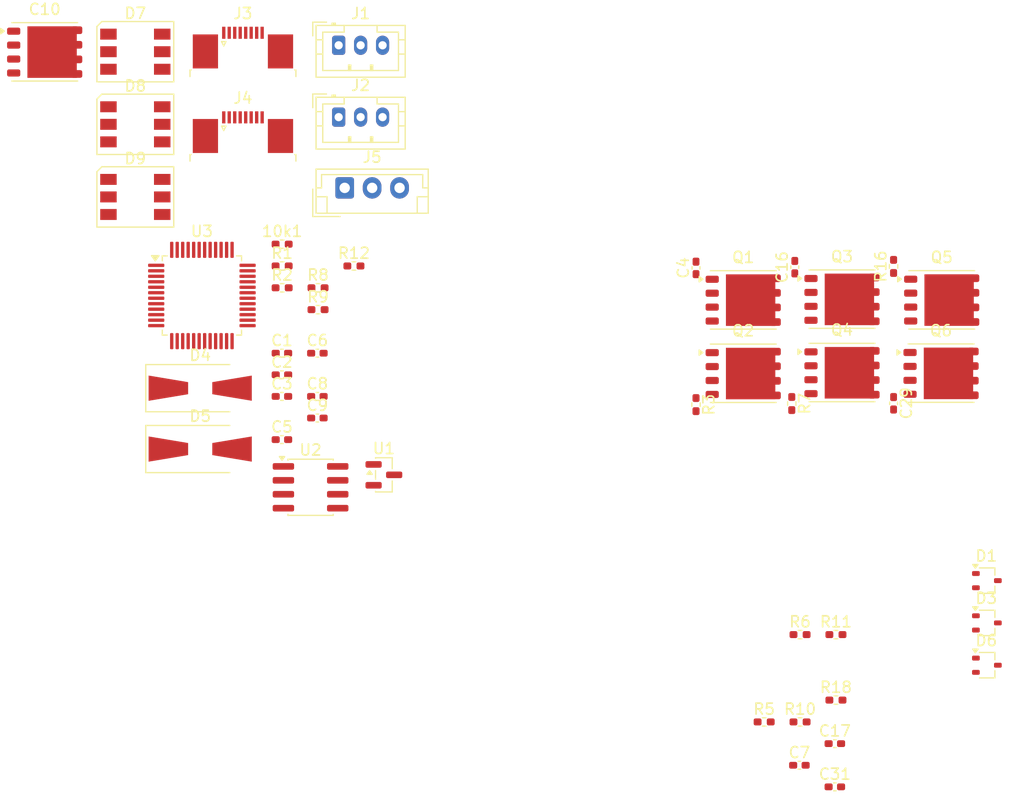
<source format=kicad_pcb>
(kicad_pcb (version 20241229) (generator "pcbnew") (generator_version "9.0")
  (layers (0 "F.Cu" signal) (2 "B.Cu" signal) (13 "F.Paste" user) (15 "B.Paste" user) (5 "F.SilkS" user "F.Silkscreen") (7 "B.SilkS" user "B.Silkscreen") (1 "F.Mask" user) (3 "B.Mask" user) (25 "Edge.Cuts" user))
  (net 0 "")
  (net 1 "+3V3")
  (net 2 "/TEMP")
  (net 3 "+3.3V")
  (net 4 "Net-(IC1-VREG)")
  (net 5 "GND")
  (net 6 "Net-(IC1-DVDD)")
  (net 7 "Net-(IC1-AVDD)")
  (net 8 "PVDD")
  (net 9 "Net-(IC1-CP1L)")
  (net 10 "Net-(IC1-CP1H)")
  (net 11 "Net-(IC1-CP2H)")
  (net 12 "Net-(IC1-CP2L)")
  (net 13 "/ASENSE")
  (net 14 "Net-(IC1-VCPH)")
  (net 15 "Net-(IC1-VCP_LSD)")
  (net 16 "/BSENSE")
  (net 17 "/CSENSE")
  (net 18 "/CAN_H")
  (net 19 "/CAN_L")
  (net 20 "Net-(D7-DOUT)")
  (net 21 "+5V")
  (net 23 "/LED")
  (net 25 "Net-(D8-DOUT)")
  (net 28 "/CS_1")
  (net 29 "/SCK")
  (net 30 "/MISO")
  (net 31 "/MOSI")
  (net 32 "/CS_2")
  (net 33 "/FAN")
  (net 34 "/PHASE_A")
  (net 35 "/GH_A")
  (net 36 "/SL_A")
  (net 37 "/GL_A")
  (net 38 "/PHASE_B")
  (net 39 "/GH_B")
  (net 40 "/SL_B")
  (net 41 "/GL_B")
  (net 42 "/GH_C")
  (net 43 "/PHASE_C")
  (net 44 "/GL_C")
  (net 45 "/SL_C")
  (net 46 "/NFAULT")
  (net 47 "/PWRGD")
  (net 48 "/PVDDSENSE")
  (net 49 "Net-(JP1-A)")
  (net 51 "/CAN_TX")
  (net 52 "/CAN_RX")
  (net 54 "/INLB")
  (net 55 "/EN_GATE")
  (net 56 "/SH_A_SENSE")
  (net 57 "/SH_C_SENSE")
  (net 59 "/INHA")
  (net 60 "/SH_B_SENSE")
  (net 61 "/NSCS")
  (net 62 "/SWDIO")
  (net 63 "/INHC")
  (net 64 "/WAKE")
  (net 65 "/SO2")
  (net 66 "/NRST")
  (net 67 "/SWCLK")
  (net 68 "/INLC")
  (net 69 "/INHB")
  (net 70 "+3.3VA")
  (net 71 "/INLA")
  (net 73 "/SO3")
  (net 77 "/SO1")
  (footprint "Package_TO_SOT_SMD:SOT-323_SC-70" (layer "F.Cu") (at 126.5 86.5)
    (property "Reference" "D3" (at -0.05 -2.25 0) (layer "F.SilkS"))
    (property "Value" "BAT54SW")
    (pad "1" smd roundrect (at -1 -0.65 270) (size 0.45 0.7) (layers "F.Cu" "F.Mask" "F.Paste") (net 5 "GND"))
    (pad "2" smd roundrect (at -1 0.65 270) (size 0.45 0.7) (layers "F.Cu" "F.Mask" "F.Paste") (net 1 "+3V3"))
    (pad "3" smd roundrect (at 1 0 270) (size 0.45 0.7) (layers "F.Cu" "F.Mask" "F.Paste") (net 16 "/BSENSE"))
  )
  (footprint "Package_SON:Infineon_PG-TDSON-8_6.15x5.15mm" (layer "F.Cu") (at 104.3 63.765)
    (property "Reference" "Q2" (at 0 -3.9 0) (layer "F.SilkS"))
    (property "Value" "BSC010N04LS" (hide yes))
    (pad "1" smd roundrect (at -2.825 -1.905) (size 1.2 0.65) (layers "F.Cu" "F.Mask" "F.Paste") (net 36 "/SL_A"))
    (pad "2" smd roundrect (at -2.825 -0.635) (size 1.2 0.65) (layers "F.Cu" "F.Mask" "F.Paste") (net 36 "/SL_A"))
    (pad "3" smd roundrect (at -2.825 0.635) (size 1.2 0.65) (layers "F.Cu" "F.Mask" "F.Paste") (net 36 "/SL_A"))
    (pad "4" smd roundrect (at -2.825 1.905) (size 1.2 0.65) (layers "F.Cu" "F.Mask" "F.Paste") (net 37 "/GL_A"))
    (pad "5" smd rect (at 0.675 0) (size 4.5 4.7) (layers "F.Cu" "F.Mask") (net 34 "/PHASE_A"))
    (pad "5" smd roundrect (at 2.925 -1.995) (size 1 0.7) (layers "F.Cu" "F.Mask" "F.Paste") (net 34 "/PHASE_A"))
    (pad "5" smd roundrect (at 2.925 -0.665) (size 1 0.7) (layers "F.Cu" "F.Mask" "F.Paste") (net 34 "/PHASE_A"))
    (pad "5" smd roundrect (at 2.925 0.665) (size 1 0.7) (layers "F.Cu" "F.Mask" "F.Paste") (net 34 "/PHASE_A"))
    (pad "5" smd roundrect (at 2.925 1.995) (size 1 0.7) (layers "F.Cu" "F.Mask" "F.Paste") (net 34 "/PHASE_A"))
  )
  (footprint "Package_SON:Infineon_PG-TDSON-8_6.15x5.15mm" (layer "F.Cu") (at 122.38438 57.069908)
    (property "Reference" "Q5" (at 0 -3.9 0) (layer "F.SilkS"))
    (property "Value" "BSC010N04LS" (hide yes))
    (pad "1" smd roundrect (at -2.825 -1.905) (size 1.2 0.65) (layers "F.Cu" "F.Mask" "F.Paste") (net 43 "/PHASE_C"))
    (pad "2" smd roundrect (at -2.825 -0.635) (size 1.2 0.65) (layers "F.Cu" "F.Mask" "F.Paste") (net 43 "/PHASE_C"))
    (pad "3" smd roundrect (at -2.825 0.635) (size 1.2 0.65) (layers "F.Cu" "F.Mask" "F.Paste") (net 43 "/PHASE_C"))
    (pad "4" smd roundrect (at -2.825 1.905) (size 1.2 0.65) (layers "F.Cu" "F.Mask" "F.Paste") (net 42 "/GH_C"))
    (pad "5" smd rect (at 0.675 0) (size 4.5 4.7) (layers "F.Cu" "F.Mask") (net 8 "PVDD"))
    (pad "5" smd roundrect (at 2.925 -1.995) (size 1 0.7) (layers "F.Cu" "F.Mask" "F.Paste") (net 8 "PVDD"))
    (pad "5" smd roundrect (at 2.925 -0.665) (size 1 0.7) (layers "F.Cu" "F.Mask" "F.Paste") (net 8 "PVDD"))
    (pad "5" smd roundrect (at 2.925 0.665) (size 1 0.7) (layers "F.Cu" "F.Mask" "F.Paste") (net 8 "PVDD"))
    (pad "5" smd roundrect (at 2.925 1.995) (size 1 0.7) (layers "F.Cu" "F.Mask" "F.Paste") (net 8 "PVDD"))
  )
  (footprint "Capacitor_SMD:C_0402_1005Metric_Pad0.74x0.62mm_HandSolder" (layer "F.Cu") (at 65.5025 67.82)
    (property "Reference" "C9" (at 0 -1.16 0) (layer "F.SilkS"))
    (property "Value" "2.2u")
    (pad "1" smd roundrect (at -0.5675 0) (size 0.735 0.62) (layers "F.Cu" "F.Mask" "F.Paste") (net 14 "Net-(IC1-VCPH)"))
    (pad "2" smd roundrect (at 0.5675 0) (size 0.735 0.62) (layers "F.Cu" "F.Mask" "F.Paste") (net 8 "PVDD"))
  )
  (footprint "Connector_JST:JST_EH_B3B-EH-A_1x03_P2.50mm_Vertical" (layer "F.Cu") (at 67.9925 46.84)
    (property "Reference" "J5" (at 2.5 -2.8 0) (layer "F.SilkS"))
    (property "Value" "Fan_JST")
    (pad "1" thru_hole roundrect (at 0 0) (size 1.7 1.95) (drill 0.95) (layers "*.Cu" "*.Mask") (roundrect_rratio 0.147059) (net 33 "/FAN"))
    (pad "2" thru_hole oval (at 2.5 0) (size 1.7 1.95) (drill 0.95) (layers "*.Cu" "*.Mask") (net 21 "+5V"))
    (pad "3" thru_hole oval (at 5 0) (size 1.7 1.95) (drill 0.95) (layers "*.Cu" "*.Mask") (net 5 "GND"))
  )
  (footprint "Connector_JST:JST_PH_B3B-PH-K_1x03_P2.00mm_Vertical" (layer "F.Cu") (at 67.4425 33.84)
    (property "Reference" "J1" (at 2 -2.9 0) (layer "F.SilkS"))
    (property "Value" "CAN_JST-1")
    (pad "1" thru_hole roundrect (at 0 0) (size 1.2 1.75) (drill 0.75) (layers "*.Cu" "*.Mask") (roundrect_rratio 0.208333) (net 18 "/CAN_H"))
    (pad "2" thru_hole oval (at 2 0) (size 1.2 1.75) (drill 0.75) (layers "*.Cu" "*.Mask") (net 19 "/CAN_L"))
    (pad "3" thru_hole oval (at 4 0) (size 1.2 1.75) (drill 0.75) (layers "*.Cu" "*.Mask") (net 5 "GND"))
  )
  (footprint "Capacitor_SMD:C_0402_1005Metric_Pad0.74x0.62mm_HandSolder" (layer "F.Cu") (at 62.2725 61.91)
    (property "Reference" "C1" (at 0 -1.16 0) (layer "F.SilkS"))
    (property "Value" "1u")
    (pad "1" smd roundrect (at -0.5675 0) (size 0.735 0.62) (layers "F.Cu" "F.Mask" "F.Paste") (net 3 "+3.3V"))
    (pad "2" smd roundrect (at 0.5675 0) (size 0.735 0.62) (layers "F.Cu" "F.Mask" "F.Paste") (net 4 "Net-(IC1-VREG)"))
  )
  (footprint "Package_TO_SOT_SMD:SOT-323_SC-70" (layer "F.Cu") (at 126.5 90.355)
    (property "Reference" "D6" (at -0.05 -2.25 0) (layer "F.SilkS"))
    (property "Value" "BAT54SW")
    (pad "1" smd roundrect (at -1 -0.65 270) (size 0.45 0.7) (layers "F.Cu" "F.Mask" "F.Paste") (net 5 "GND"))
    (pad "2" smd roundrect (at -1 0.65 270) (size 0.45 0.7) (layers "F.Cu" "F.Mask" "F.Paste") (net 1 "+3V3"))
    (pad "3" smd roundrect (at 1 0 270) (size 0.45 0.7) (layers "F.Cu" "F.Mask" "F.Paste") (net 17 "/CSENSE"))
  )
  (footprint "Package_SON:Infineon_PG-TDSON-8_6.15x5.15mm" (layer "F.Cu") (at 113.3 57.005)
    (property "Reference" "Q3" (at 0 -3.9 0) (layer "F.SilkS"))
    (property "Value" "BSC010N04LS" (hide yes))
    (pad "1" smd roundrect (at -2.825 -1.905) (size 1.2 0.65) (layers "F.Cu" "F.Mask" "F.Paste") (net 38 "/PHASE_B"))
    (pad "2" smd roundrect (at -2.825 -0.635) (size 1.2 0.65) (layers "F.Cu" "F.Mask" "F.Paste") (net 38 "/PHASE_B"))
    (pad "3" smd roundrect (at -2.825 0.635) (size 1.2 0.65) (layers "F.Cu" "F.Mask" "F.Paste") (net 38 "/PHASE_B"))
    (pad "4" smd roundrect (at -2.825 1.905) (size 1.2 0.65) (layers "F.Cu" "F.Mask" "F.Paste") (net 39 "/GH_B"))
    (pad "5" smd rect (at 0.675 0) (size 4.5 4.7) (layers "F.Cu" "F.Mask") (net 8 "PVDD"))
    (pad "5" smd roundrect (at 2.925 -1.995) (size 1 0.7) (layers "F.Cu" "F.Mask" "F.Paste") (net 8 "PVDD"))
    (pad "5" smd roundrect (at 2.925 -0.665) (size 1 0.7) (layers "F.Cu" "F.Mask" "F.Paste") (net 8 "PVDD"))
    (pad "5" smd roundrect (at 2.925 0.665) (size 1 0.7) (layers "F.Cu" "F.Mask" "F.Paste") (net 8 "PVDD"))
    (pad "5" smd roundrect (at 2.925 1.995) (size 1 0.7) (layers "F.Cu" "F.Mask" "F.Paste") (net 8 "PVDD"))
  )
  (footprint "Capacitor_SMD:C_0402_1005Metric_Pad0.74x0.62mm_HandSolder" (layer "F.Cu") (at 62.2725 65.85)
    (property "Reference" "C3" (at 0 -1.16 0) (layer "F.SilkS"))
    (property "Value" "1u")
    (pad "1" smd roundrect (at -0.5675 0) (size 0.735 0.62) (layers "F.Cu" "F.Mask" "F.Paste") (net 7 "Net-(IC1-AVDD)"))
    (pad "2" smd roundrect (at 0.5675 0) (size 0.735 0.62) (layers "F.Cu" "F.Mask" "F.Paste") (net 5 "GND"))
  )
  (footprint "Capacitor_SMD:C_0402_1005Metric_Pad0.74x0.62mm_HandSolder" (layer "F.Cu") (at 62.2725 63.88)
    (property "Reference" "C2" (at 0 -1.16 0) (layer "F.SilkS"))
    (property "Value" "1u")
    (pad "1" smd roundrect (at -0.5675 0) (size 0.735 0.62) (layers "F.Cu" "F.Mask" "F.Paste") (net 5 "GND"))
    (pad "2" smd roundrect (at 0.5675 0) (size 0.735 0.62) (layers "F.Cu" "F.Mask" "F.Paste") (net 6 "Net-(IC1-DVDD)"))
  )
  (footprint "Package_TO_SOT_SMD:SOT-323_SC-70" (layer "F.Cu") (at 126.5 82.645)
    (property "Reference" "D1" (at -0.05 -2.25 0) (layer "F.SilkS"))
    (property "Value" "BAT54SW")
    (pad "1" smd roundrect (at -1 -0.65 270) (size 0.45 0.7) (layers "F.Cu" "F.Mask" "F.Paste") (net 5 "GND"))
    (pad "2" smd roundrect (at -1 0.65 270) (size 0.45 0.7) (layers "F.Cu" "F.Mask" "F.Paste") (net 1 "+3V3"))
    (pad "3" smd roundrect (at 1 0 270) (size 0.45 0.7) (layers "F.Cu" "F.Mask" "F.Paste") (net 13 "/ASENSE"))
  )
  (footprint "Capacitor_SMD:C_0402_1005Metric_Pad0.74x0.62mm_HandSolder" (layer "F.Cu") (at 109 54.0675 90)
    (property "Reference" "C16" (at 0 -1.16 90) (layer "F.SilkS"))
    (property "Value" "1u")
    (pad "1" smd roundrect (at -0.5675 0 90) (size 0.735 0.62) (layers "F.Cu" "F.Mask" "F.Paste") (net 8 "PVDD"))
    (pad "2" smd roundrect (at 0.5675 0 90) (size 0.735 0.62) (layers "F.Cu" "F.Mask" "F.Paste") (net 5 "GND"))
  )
  (footprint "Resistor_SMD:R_0402_1005Metric_Pad0.72x0.64mm_HandSolder" (layer "F.Cu") (at 108.725 66.5 -90)
    (property "Reference" "R7" (at 0 -1.17 90) (layer "F.SilkS"))
    (property "Value" "1m")
    (pad "1" smd roundrect (at -0.5975 0 270) (size 0.715 0.64) (layers "F.Cu" "F.Mask" "F.Paste") (net 40 "/SL_B"))
    (pad "2" smd roundrect (at 0.5975 0 270) (size 0.715 0.64) (layers "F.Cu" "F.Mask" "F.Paste") (net 5 "GND"))
  )
  (footprint "Diode_SMD:D_SMA-SMB_Universal_Handsoldering" (layer "F.Cu") (at 54.8275 65.1)
    (property "Reference" "D4" (at 0 -3 0) (layer "F.SilkS"))
    (property "Value" "SMAJ440A_TVS")
    (pad "1" smd trapezoid (at -2.9 0) (size 3.6 1.7) (rect_delta 0.6 0) (layers "F.Cu" "F.Mask" "F.Paste") (net 18 "/CAN_H"))
    (pad "2" smd trapezoid (at 2.9 0 180) (size 3.6 1.7) (rect_delta 0.6 0) (layers "F.Cu" "F.Mask" "F.Paste") (net 5 "GND"))
  )
  (footprint "Resistor_SMD:R_0402_1005Metric_Pad0.72x0.64mm_HandSolder" (layer "F.Cu") (at 68.8325 53.96)
    (property "Reference" "R12" (at 0 -1.17 0) (layer "F.SilkS"))
    (property "Value" "120")
    (pad "1" smd roundrect (at -0.5975 0) (size 0.715 0.64) (layers "F.Cu" "F.Mask" "F.Paste") (net 49 "Net-(JP1-A)"))
    (pad "2" smd roundrect (at 0.5975 0) (size 0.715 0.64) (layers "F.Cu" "F.Mask" "F.Paste") (net 19 "/CAN_L"))
  )
  (footprint "Resistor_SMD:R_0402_1005Metric_Pad0.72x0.64mm_HandSolder" (layer "F.Cu") (at 109.478173 87.565)
    (property "Reference" "R6" (at 0 -1.17 0) (layer "F.SilkS"))
    (property "Value" "5k")
    (pad "1" smd roundrect (at -0.5975 0) (size 0.715 0.64) (layers "F.Cu" "F.Mask" "F.Paste") (net 13 "/ASENSE"))
    (pad "2" smd roundrect (at 0.5975 0) (size 0.715 0.64) (layers "F.Cu" "F.Mask" "F.Paste") (net 5 "GND"))
  )
  (footprint "Capacitor_SMD:C_0402_1005Metric_Pad0.74x0.62mm_HandSolder" (layer "F.Cu") (at 62.2725 69.79)
    (property "Reference" "C5" (at 0 -1.16 0) (layer "F.SilkS"))
    (property "Value" "0.047u")
    (pad "1" smd roundrect (at -0.5675 0) (size 0.735 0.62) (layers "F.Cu" "F.Mask" "F.Paste") (net 9 "Net-(IC1-CP1L)"))
    (pad "2" smd roundrect (at 0.5675 0) (size 0.735 0.62) (layers "F.Cu" "F.Mask" "F.Paste") (net 10 "Net-(IC1-CP1H)"))
  )
  (footprint "Connector_JST:JST_PH_B3B-PH-K_1x03_P2.00mm_Vertical" (layer "F.Cu") (at 67.4425 40.39)
    (property "Reference" "J2" (at 2 -2.9 0) (layer "F.SilkS"))
    (property "Value" "CAN_JST-2")
    (pad "1" thru_hole roundrect (at 0 0) (size 1.2 1.75) (drill 0.75) (layers "*.Cu" "*.Mask") (roundrect_rratio 0.208333) (net 18 "/CAN_H"))
    (pad "2" thru_hole oval (at 2 0) (size 1.2 1.75) (drill 0.75) (layers "*.Cu" "*.Mask") (net 19 "/CAN_L"))
    (pad "3" thru_hole oval (at 4 0) (size 1.2 1.75) (drill 0.75) (layers "*.Cu" "*.Mask") (net 5 "GND"))
  )
  (footprint "Connector_FFC-FPC:TE_0-1734839-8_1x08-1MP_P0.5mm_Horizontal" (layer "F.Cu") (at 58.7225 41.76)
    (property "Reference" "J4" (at 0 -3.11 0) (layer "F.SilkS"))
    (property "Value" "Encoder_JST_2")
    (pad "1" smd rect (at -1.75 -1.35) (size 0.3 1.1) (layers "F.Cu" "F.Mask" "F.Paste") (net 21 "+5V"))
    (pad "2" smd rect (at -1.25 -1.35) (size 0.3 1.1) (layers "F.Cu" "F.Mask" "F.Paste") (net 5 "GND"))
    (pad "3" smd rect (at -0.75 -1.35) (size 0.3 1.1) (layers "F.Cu" "F.Mask" "F.Paste") (net 31 "/MOSI"))
    (pad "4" smd rect (at -0.25 -1.35) (size 0.3 1.1) (layers "F.Cu" "F.Mask" "F.Paste") (net 30 "/MISO"))
    (pad "5" smd rect (at 0.25 -1.35) (size 0.3 1.1) (layers "F.Cu" "F.Mask" "F.Paste") (net 29 "/SCK"))
    (pad "6" smd rect (at 0.75 -1.35) (size 0.3 1.1) (layers "F.Cu" "F.Mask" "F.Paste") (net 32 "/CS_2"))
    (pad "7" smd rect (at 1.25 -1.35) (size 0.3 1.1) (layers "F.Cu" "F.Mask" "F.Paste") (net 5 "GND"))
    (pad "8" smd rect (at 1.75 -1.35) (size 0.3 1.1) (layers "F.Cu" "F.Mask" "F.Paste") (net 21 "+5V"))
    (pad "MP" smd rect (at -3.42 0.35) (size 2.3 3.1) (layers "F.Cu" "F.Mask" "F.Paste"))
    (pad "MP" smd rect (at 3.42 0.35) (size 2.3 3.1) (layers "F.Cu" "F.Mask" "F.Paste"))
  )
  (footprint "Capacitor_SMD:C_0402_1005Metric_Pad0.74x0.62mm_HandSolder" (layer "F.Cu") (at 100 54.134981 90)
    (property "Reference" "C4" (at 0 -1.16 90) (layer "F.SilkS"))
    (property "Value" "1u")
    (pad "1" smd roundrect (at -0.5675 0 90) (size 0.735 0.62) (layers "F.Cu" "F.Mask" "F.Paste") (net 8 "PVDD"))
    (pad "2" smd roundrect (at 0.5675 0 90) (size 0.735 0.62) (layers "F.Cu" "F.Mask" "F.Paste") (net 5 "GND"))
  )
  (footprint "Package_SON:Infineon_PG-TDSON-8_6.15x5.15mm" (layer "F.Cu") (at 113.3 63.695)
    (property "Reference" "Q4" (at 0 -3.9 0) (layer "F.SilkS"))
    (property "Value" "BSC010N04LS" (hide yes))
    (pad "1" smd roundrect (at -2.825 -1.905) (size 1.2 0.65) (layers "F.Cu" "F.Mask" "F.Paste") (net 40 "/SL_B"))
    (pad "2" smd roundrect (at -2.825 -0.635) (size 1.2 0.65) (layers "F.Cu" "F.Mask" "F.Paste") (net 40 "/SL_B"))
    (pad "3" smd roundrect (at -2.825 0.635) (size 1.2 0.65) (layers "F.Cu" "F.Mask" "F.Paste") (net 40 "/SL_B"))
    (pad "4" smd roundrect (at -2.825 1.905) (size 1.2 0.65) (layers "F.Cu" "F.Mask" "F.Paste") (net 41 "/GL_B"))
    (pad "5" smd rect (at 0.675 0) (size 4.5 4.7) (layers "F.Cu" "F.Mask") (net 38 "/PHASE_B"))
    (pad "5" smd roundrect (at 2.925 -1.995) (size 1 0.7) (layers "F.Cu" "F.Mask" "F.Paste") (net 38 "/PHASE_B"))
    (pad "5" smd roundrect (at 2.925 -0.665) (size 1 0.7) (layers "F.Cu" "F.Mask" "F.Paste") (net 38 "/PHASE_B"))
    (pad "5" smd roundrect (at 2.925 0.665) (size 1 0.7) (layers "F.Cu" "F.Mask" "F.Paste") (net 38 "/PHASE_B"))
    (pad "5" smd roundrect (at 2.925 1.995) (size 1 0.7) (layers "F.Cu" "F.Mask" "F.Paste") (net 38 "/PHASE_B"))
  )
  (footprint "Resistor_SMD:R_0402_1005Metric_Pad0.72x0.64mm_HandSolder" (layer "F.Cu") (at 106.208173 95.525)
    (property "Reference" "R5" (at 0 -1.17 0) (layer "F.SilkS"))
    (property "Value" "34.8k")
    (pad "1" smd roundrect (at -0.5975 0) (size 0.715 0.64) (layers "F.Cu" "F.Mask" "F.Paste") (net 34 "/PHASE_A"))
    (pad "2" smd roundrect (at 0.5975 0) (size 0.715 0.64) (layers "F.Cu" "F.Mask" "F.Paste") (net 13 "/ASENSE"))
  )
  (footprint "Capacitor_SMD:C_0402_1005Metric_Pad0.74x0.62mm_HandSolder" (layer "F.Cu") (at 112.648173 101.445)
    (property "Reference" "C31" (at 0 -1.16 0) (layer "F.SilkS"))
    (property "Value" "1u")
    (pad "1" smd roundrect (at -0.5675 0) (size 0.735 0.62) (layers "F.Cu" "F.Mask" "F.Paste") (net 17 "/CSENSE"))
    (pad "2" smd roundrect (at 0.5675 0) (size 0.735 0.62) (layers "F.Cu" "F.Mask" "F.Paste") (net 5 "GND"))
  )
  (footprint "Resistor_SMD:R_0402_1005Metric_Pad0.72x0.64mm_HandSolder" (layer "F.Cu") (at 109.478173 95.525)
    (property "Reference" "R10" (at 0 -1.17 0) (layer "F.SilkS"))
    (property "Value" "34.8k")
    (pad "1" smd roundrect (at -0.5975 0) (size 0.715 0.64) (layers "F.Cu" "F.Mask" "F.Paste") (net 38 "/PHASE_B"))
    (pad "2" smd roundrect (at 0.5975 0) (size 0.715 0.64) (layers "F.Cu" "F.Mask" "F.Paste") (net 16 "/BSENSE"))
  )
  (footprint "Resistor_SMD:R_0402_1005Metric_Pad0.72x0.64mm_HandSolder" (layer "F.Cu") (at 112.748173 93.535)
    (property "Reference" "R18" (at 0 -1.17 0) (layer "F.SilkS"))
    (property "Value" "5k")
    (pad "1" smd roundrect (at -0.5975 0) (size 0.715 0.64) (layers "F.Cu" "F.Mask" "F.Paste") (net 17 "/CSENSE"))
    (pad "2" smd roundrect (at 0.5975 0) (size 0.715 0.64) (layers "F.Cu" "F.Mask" "F.Paste") (net 5 "GND"))
  )
  (footprint "Package_QFP:LQFP-48_7x7mm_P0.5mm" (layer "F.Cu") (at 54.9825 56.65)
    (property "Reference" "U3" (at 0 -5.85 0) (layer "F.SilkS"))
    (property "Value" "STM32G431CBT6")
    (pad "1" smd roundrect (at -4.1625 -2.75) (size 1.475 0.3) (layers "F.Cu" "F.Mask" "F.Paste") (net 3 "+3.3V"))
    (pad "2" smd roundrect (at -4.1625 -2.25) (size 1.475 0.3) (layers "F.Cu" "F.Mask" "F.Paste") (net 55 "/EN_GATE"))
    (pad "3" smd roundrect (at -4.1625 -1.75) (size 1.475 0.3) (layers "F.Cu" "F.Mask" "F.Paste") (net 64 "/WAKE"))
    (pad "4" smd roundrect (at -4.1625 -1.25) (size 1.475 0.3) (layers "F.Cu" "F.Mask" "F.Paste"))
    (pad "5" smd roundrect (at -4.1625 -0.75) (size 1.475 0.3) (layers "F.Cu" "F.Mask" "F.Paste") (net 60 "/SH_B_SENSE"))
    (pad "6" smd roundrect (at -4.1625 -0.25) (size 1.475 0.3) (layers "F.Cu" "F.Mask" "F.Paste") (net 48 "/PVDDSENSE"))
    (pad "7" smd roundrect (at -4.1625 0.25) (size 1.475 0.3) (layers "F.Cu" "F.Mask" "F.Paste") (net 66 "/NRST"))
    (pad "8" smd roundrect (at -4.1625 0.75) (size 1.475 0.3) (layers "F.Cu" "F.Mask" "F.Paste") (net 77 "/SO1"))
    (pad "9" smd roundrect (at -4.1625 1.25) (size 1.475 0.3) (layers "F.Cu" "F.Mask" "F.Paste") (net 65 "/SO2"))
    (pad "10" smd roundrect (at -4.1625 1.75) (size 1.475 0.3) (layers "F.Cu" "F.Mask" "F.Paste") (net 73 "/SO3"))
    (pad "11" smd roundrect (at -4.1625 2.25) (size 1.475 0.3) (layers "F.Cu" "F.Mask" "F.Paste") (net 56 "/SH_A_SENSE"))
    (pad "12" smd roundrect (at -4.1625 2.75) (size 1.475 0.3) (layers "F.Cu" "F.Mask" "F.Paste") (net 28 "/CS_1"))
    (pad "13" smd roundrect (at -2.75 4.1625) (size 0.3 1.475) (layers "F.Cu" "F.Mask" "F.Paste") (net 29 "/SCK"))
    (pad "14" smd roundrect (at -2.25 4.1625) (size 0.3 1.475) (layers "F.Cu" "F.Mask" "F.Paste") (net 30 "/MISO"))
    (pad "15" smd roundrect (at -1.75 4.1625) (size 0.3 1.475) (layers "F.Cu" "F.Mask" "F.Paste") (net 31 "/MOSI"))
    (pad "16" smd roundrect (at -1.25 4.1625) (size 0.3 1.475) (layers "F.Cu" "F.Mask" "F.Paste"))
    (pad "17" smd roundrect (at -0.75 4.1625) (size 0.3 1.475) (layers "F.Cu" "F.Mask" "F.Paste") (net 57 "/SH_C_SENSE"))
    (pad "18" smd roundrect (at -0.25 4.1625) (size 0.3 1.475) (layers "F.Cu" "F.Mask" "F.Paste") (net 2 "/TEMP"))
    (pad "19" smd roundrect (at 0.25 4.1625) (size 0.3 1.475) (layers "F.Cu" "F.Mask" "F.Paste") (net 5 "GND"))
    (pad "20" smd roundrect (at 0.75 4.1625) (size 0.3 1.475) (layers "F.Cu" "F.Mask" "F.Paste") (net 3 "+3.3V"))
    (pad "21" smd roundrect (at 1.25 4.1625) (size 0.3 1.475) (layers "F.Cu" "F.Mask" "F.Paste") (net 70 "+3.3VA"))
    (pad "22" smd roundrect (at 1.75 4.1625) (size 0.3 1.475) (layers "F.Cu" "F.Mask" "F.Paste") (net 46 "/NFAULT"))
    (pad "23" smd roundrect (at 2.25 4.1625) (size 0.3 1.475) (layers "F.Cu" "F.Mask" "F.Paste") (net 5 "GND"))
    (pad "24" smd roundrect (at 2.75 4.1625) (size 0.3 1.475) (layers "F.Cu" "F.Mask" "F.Paste") (net 3 "+3.3V"))
    (pad "25" smd roundrect (at 4.1625 2.75) (size 1.475 0.3) (layers "F.Cu" "F.Mask" "F.Paste") (net 47 "/PWRGD"))
    (pad "26" smd roundrect (at 4.1625 2.25) (size 1.475 0.3) (layers "F.Cu" "F.Mask" "F.Paste"))
    (pad "27" smd roundrect (at 4.1625 1.75) (size 1.475 0.3) (layers "F.Cu" "F.Mask" "F.Paste") (net 71 "/INLA"))
    (pad "28" smd roundrect (at 4.1625 1.25) (size 1.475 0.3) (layers "F.Cu" "F.Mask" "F.Paste") (net 54 "/INLB"))
    (pad "29" smd roundrect (at 4.1625 0.75) (size 1.475 0.3) (layers "F.Cu" "F.Mask" "F.Paste") (net 68 "/INLC"))
    (pad "30" smd roundrect (at 4.1625 0.25) (size 1.475 0.3) (layers "F.Cu" "F.Mask" "F.Paste") (net 59 "/INHA"))
    (pad "31" smd roundrect (at 4.1625 -0.25) (size 1.475 0.3) (layers "F.Cu" "F.Mask" "F.Paste") (net 69 "/INHB"))
    (pad "32" smd roundrect (at 4.1625 -0.75) (size 1.475 0.3) (layers "F.Cu" "F.Mask" "F.Paste") (net 63 "/INHC"))
    (pad "33" smd roundrect (at 4.1625 -1.25) (size 1.475 0.3) (layers "F.Cu" "F.Mask" "F.Paste") (net 52 "/CAN_RX"))
    (pad "34" smd roundrect (at 4.1625 -1.75) (size 1.475 0.3) (layers "F.Cu" "F.Mask" "F.Paste") (net 51 "/CAN_TX"))
    (pad "35" smd roundrect (at 4.1625 -2.25) (size 1.475 0.3) (layers "F.Cu" "F.Mask" "F.Paste") (net 5 "GND"))
    (pad "36" smd roundrect (at 4.1625 -2.75) (size 1.475 0.3) (layers "F.Cu" "F.Mask" "F.Paste") (net 3 "+3.3V"))
    (pad "37" smd roundrect (at 2.75 -4.1625) (size 0.3 1.475) (layers "F.Cu" "F.Mask" "F.Paste") (net 62 "/SWDIO"))
    (pad "38" smd roundrect (at 2.25 -4.1625) (size 0.3 1.475) (layers "F.Cu" "F.Mask" "F.Paste") (net 67 "/SWCLK"))
    (pad "39" smd roundrect (at 1.75 -4.1625) (size 0.3 1.475) (layers "F.Cu" "F.Mask" "F.Paste") (net 32 "/CS_2"))
    (pad "40" smd roundrect (at 1.25 -4.1625) (size 0.3 1.475) (layers "F.Cu" "F.Mask" "F.Paste"))
    (pad "41" smd roundrect (at 0.75 -4.1625) (size 0.3 1.475) (layers "F.Cu" "F.Mask" "F.Paste") (net 33 "/FAN"))
    (pad "42" smd roundrect (at 0.25 -4.1625) (size 0.3 1.475) (layers "F.Cu" "F.Mask" "F.Paste") (net 23 "/LED"))
    (pad "43" smd roundrect (at -0.25 -4.1625) (size 0.3 1.475) (layers "F.Cu" "F.Mask" "F.Paste") (net 61 "/NSCS"))
    (pad "44" smd roundrect (at -0.75 -4.1625) (size 0.3 1.475) (layers "F.Cu" "F.Mask" "F.Paste"))
    (pad "45" smd roundrect (at -1.25 -4.1625) (size 0.3 1.475) (layers "F.Cu" "F.Mask" "F.Paste"))
    (pad "46" smd roundrect (at -1.75 -4.1625) (size 0.3 1.475) (layers "F.Cu" "F.Mask" "F.Paste"))
    (pad "47" smd roundrect (at -2.25 -4.1625) (size 0.3 1.475) (layers "F.Cu" "F.Mask" "F.Paste") (net 5 "GND"))
    (pad "48" smd roundrect (at -2.75 -4.1625) (size 0.3 1.475) (layers "F.Cu" "F.Mask" "F.Paste") (net 3 "+3.3V"))
  )
  (footprint "Resistor_SMD:R_0402_1005Metric_Pad0.72x0.64mm_HandSolder" (layer "F.Cu") (at 118 54 90)
    (property "Reference" "R16" (at 0 -1.17 90) (layer "F.SilkS"))
    (property "Value" "1m")
    (pad "1" smd roundrect (at -0.5975 0 90) (size 0.715 0.64) (layers "F.Cu" "F.Mask" "F.Paste") (net 45 "/SL_C"))
    (pad "2" smd roundrect (at 0.5975 0 90) (size 0.715 0.64) (layers "F.Cu" "F.Mask" "F.Paste") (net 5 "GND"))
  )
  (footprint "LED_SMD:LED_WS2812_PLCC6_5.0x5.0mm_P1.6mm" (layer "F.Cu") (at 48.9175 41.045)
    (property "Reference" "D8" (at 0 -3.5 0) (layer "F.SilkS"))
    (property "Value" "WS2812")
    (pad "1" smd rect (at -2.45 -1.6) (size 1.5 1) (layers "F.Cu" "F.Mask" "F.Paste") (net 25 "Net-(D8-DOUT)"))
    (pad "2" smd rect (at -2.45 0) (size 1.5 1) (layers "F.Cu" "F.Mask" "F.Paste") (net 20 "Net-(D7-DOUT)"))
    (pad "3" smd rect (at -2.45 1.6) (size 1.5 1) (layers "F.Cu" "F.Mask" "F.Paste") (net 21 "+5V"))
    (pad "4" smd rect (at 2.45 1.6) (size 1.5 1) (layers "F.Cu" "F.Mask" "F.Paste"))
    (pad "5" smd rect (at 2.45 0) (size 1.5 1) (layers "F.Cu" "F.Mask" "F.Paste") (net 21 "+5V"))
    (pad "6" smd rect (at 2.45 -1.6) (size 1.5 1) (layers "F.Cu" "F.Mask" "F.Paste") (net 5 "GND"))
  )
  (footprint "Resistor_SMD:R_0402_1005Metric_Pad0.72x0.64mm_HandSolder" (layer "F.Cu") (at 112.748173 87.565)
    (property "Reference" "R11" (at 0 -1.17 0) (layer "F.SilkS"))
    (property "Value" "5k")
    (pad "1" smd roundrect (at -0.5975 0) (size 0.715 0.64) (layers "F.Cu" "F.Mask" "F.Paste") (net 16 "/BSENSE"))
    (pad "2" smd roundrect (at 0.5975 0) (size 0.715 0.64) (layers "F.Cu" "F.Mask" "F.Paste") (net 5 "GND"))
  )
  (footprint "Resistor_SMD:R_0402_1005Metric_Pad0.72x0.64mm_HandSolder" (layer "F.Cu") (at 100 66.5975 -90)
    (property "Reference" "R3" (at 0 -1.17 90) (layer "F.SilkS"))
    (property "Value" "1m")
    (pad "1" smd roundrect (at -0.5975 0 270) (size 0.715 0.64) (layers "F.Cu" "F.Mask" "F.Paste") (net 36 "/SL_A"))
    (pad "2" smd roundrect (at 0.5975 0 270) (size 0.715 0.64) (layers "F.Cu" "F.Mask" "F.Paste") (net 5 "GND"))
  )
  (footprint "Package_SON:Infineon_PG-TDSON-8_6.15x5.15mm" (layer "F.Cu") (at 122.325 63.75)
    (property "Reference" "Q6" (at 0 -3.9 0) (layer "F.SilkS"))
    (property "Value" "BSC010N04LS" (hide yes))
    (pad "1" smd roundrect (at -2.825 -1.905) (size 1.2 0.65) (layers "F.Cu" "F.Mask" "F.Paste") (net 45 "/SL_C"))
    (pad "2" smd roundrect (at -2.825 -0.635) (size 1.2 0.65) (layers "F.Cu" "F.Mask" "F.Paste") (net 45 "/SL_C"))
    (pad "3" smd roundrect (at -2.825 0.635) (size 1.2 0.65) (layers "F.Cu" "F.Mask" "F.Paste") (net 45 "/SL_C"))
    (pad "4" smd roundrect (at -2.825 1.905) (size 1.2 0.65) (layers "F.Cu" "F.Mask" "F.Paste") (net 44 "/GL_C"))
    (pad "5" smd rect (at 0.675 0) (size 4.5 4.7) (layers "F.Cu" "F.Mask") (net 43 "/PHASE_C"))
    (pad "5" smd roundrect (at 2.925 -1.995) (size 1 0.7) (layers "F.Cu" "F.Mask" "F.Paste") (net 43 "/PHASE_C"))
    (pad "5" smd roundrect (at 2.925 -0.665) (size 1 0.7) (layers "F.Cu" "F.Mask" "F.Paste") (net 43 "/PHASE_C"))
    (pad "5" smd roundrect (at 2.925 0.665) (size 1 0.7) (layers "F.Cu" "F.Mask" "F.Paste") (net 43 "/PHASE_C"))
    (pad "5" smd roundrect (at 2.925 1.995) (size 1 0.7) (layers "F.Cu" "F.Mask" "F.Paste") (net 43 "/PHASE_C"))
  )
  (footprint "Diode_SMD:D_SMA-SMB_Universal_Handsoldering" (layer "F.Cu") (at 54.8275 70.65)
    (property "Reference" "D5" (at 0 -3 0) (layer "F.SilkS"))
    (property "Value" "SMAJ440A_TVS")
    (pad "1" smd trapezoid (at -2.9 0) (size 3.6 1.7) (rect_delta 0.6 0) (layers "F.Cu" "F.Mask" "F.Paste") (net 19 "/CAN_L"))
    (pad "2" smd trapezoid (at 2.9 0 180) (size 3.6 1.7) (rect_delta 0.6 0) (layers "F.Cu" "F.Mask" "F.Paste") (net 5 "GND"))
  )
  (footprint "Capacitor_SMD:C_0402_1005Metric_Pad0.74x0.62mm_HandSolder" (layer "F.Cu") (at 118 66.4775 -90)
    (property "Reference" "C29" (at 0 -1.16 90) (layer "F.SilkS"))
    (property "Value" "1u")
    (pad "1" smd roundrect (at -0.5675 0 270) (size 0.735 0.62) (layers "F.Cu" "F.Mask" "F.Paste") (net 8 "PVDD"))
    (pad "2" smd roundrect (at 0.5675 0 270) (size 0.735 0.62) (layers "F.Cu" "F.Mask" "F.Paste") (net 5 "GND"))
  )
  (footprint "Resistor_SMD:R_0402_1005Metric_Pad0.72x0.64mm_HandSolder" (layer "F.Cu") (at 65.5625 55.95)
    (property "Reference" "R8" (at 0 -1.17 0) (layer "F.SilkS"))
    (property "Value" "34.8k")
    (pad "1" smd roundrect (at -0.5975 0) (size 0.715 0.64) (layers "F.Cu" "F.Mask" "F.Paste") (net 8 "PVDD"))
    (pad "2" smd roundrect (at 0.5975 0) (size 0.715 0.64) (layers "F.Cu" "F.Mask" "F.Paste") (net 48 "/PVDDSENSE"))
  )
  (footprint "Package_SON:Infineon_PG-TDSON-8_6.15x5.15mm" (layer "F.Cu") (at 40.659327 34.46)
    (property "Reference" "C10" (at 0 -3.9 0) (layer "F.SilkS"))
    (property "Value" "1u")
    (pad "1" smd roundrect (at -2.825 -1.905) (size 1.2 0.65) (layers "F.Cu" "F.Mask" "F.Paste") (net 15 "Net-(IC1-VCP_LSD)"))
    (pad "2" smd roundrect (at -2.825 -0.635) (size 1.2 0.65) (layers "F.Cu" "F.Mask" "F.Paste") (net 5 "GND"))
    (pad "3" smd roundrect (at -2.825 0.635) (size 1.2 0.65) (layers "F.Cu" "F.Mask" "F.Paste"))
    (pad "4" smd roundrect (at -2.825 1.905) (size 1.2 0.65) (layers "F.Cu" "F.Mask" "F.Paste"))
    (pad "5" smd rect (at 0.675 0) (size 4.5 4.7) (layers "F.Cu" "F.Mask"))
    (pad "5" smd roundrect (at 2.925 -1.995) (size 1 0.7) (layers "F.Cu" "F.Mask" "F.Paste"))
    (pad "5" smd roundrect (at 2.925 -0.665) (size 1 0.7) (layers "F.Cu" "F.Mask" "F.Paste"))
    (pad "5" smd roundrect (at 2.925 0.665) (size 1 0.7) (layers "F.Cu" "F.Mask" "F.Paste"))
    (pad "5" smd roundrect (at 2.925 1.995) (size 1 0.7) (layers "F.Cu" "F.Mask" "F.Paste"))
  )
  (footprint "Capacitor_SMD:C_0402_1005Metric_Pad0.74x0.62mm_HandSolder" (layer "F.Cu") (at 65.5025 61.91)
    (property "Reference" "C6" (at 0 -1.16 0) (layer "F.SilkS"))
    (property "Value" "0.047u")
    (pad "1" smd roundrect (at -0.5675 0) (size 0.735 0.62) (layers "F.Cu" "F.Mask" "F.Paste") (net 11 "Net-(IC1-CP2H)"))
    (pad "2" smd roundrect (at 0.5675 0) (size 0.735 0.62) (layers "F.Cu" "F.Mask" "F.Paste") (net 12 "Net-(IC1-CP2L)"))
  )
  (footprint "Capacitor_SMD:C_0402_1005Metric_Pad0.74x0.62mm_HandSolder" (layer "F.Cu") (at 65.5025 65.85)
    (property "Reference" "C8" (at 0 -1.16 0) (layer "F.SilkS"))
    (property "Value" "4.7u")
    (pad "1" smd roundrect (at -0.5675 0) (size 0.735 0.62) (layers "F.Cu" "F.Mask" "F.Paste") (net 8 "PVDD"))
    (pad "2" smd roundrect (at 0.5675 0) (size 0.735 0.62) (layers "F.Cu" "F.Mask" "F.Paste") (net 5 "GND"))
  )
  (footprint "Resistor_SMD:R_0402_1005Metric_Pad0.72x0.64mm_HandSolder" (layer "F.Cu") (at 62.2925 55.95)
    (property "Reference" "R2" (at 0 -1.17 0) (layer "F.SilkS"))
    (property "Value" "10k")
    (pad "1" smd roundrect (at -0.5975 0) (size 0.715 0.64) (layers "F.Cu" "F.Mask" "F.Paste") (net 3 "+3.3V"))
    (pad "2" smd roundrect (at 0.5975 0) (size 0.715 0.64) (layers "F.Cu" "F.Mask" "F.Paste") (net 47 "/PWRGD"))
  )
  (footprint "Package_TO_SOT_SMD:SOT-23" (layer "F.Cu") (at 71.5625 73)
    (property "Reference" "U1" (at 0 -2.4 0) (layer "F.SilkS"))
    (property "Value" "LM3480-3.3_Yet to decide")
    (pad "1" smd roundrect (at -0.9375 -0.95) (size 1.475 0.6) (layers "F.Cu" "F.Mask" "F.Paste") (net 3 "+3.3V"))
    (pad "2" smd roundrect (at -0.9375 0.95) (size 1.475 0.6) (layers "F.Cu" "F.Mask" "F.Paste") (net 21 "+5V"))
    (pad "3" smd roundrect (at 0.9375 0) (size 1.475 0.6) (layers "F.Cu" "F.Mask" "F.Paste") (net 5 "GND"))
  )
  (footprint "Package_SON:Infineon_PG-TDSON-8_6.15x5.15mm" (layer "F.Cu") (at 104.3 57.075)
    (property "Reference" "Q1" (at 0 -3.9 0) (layer "F.SilkS"))
    (property "Value" "BSC010N04LS" (hide yes))
    (pad "1" smd roundrect (at -2.825 -1.905) (size 1.2 0.65) (layers "F.Cu" "F.Mask" "F.Paste") (net 34 "/PHASE_A"))
    (pad "2" smd roundrect (at -2.825 -0.635) (size 1.2 0.65) (layers "F.Cu" "F.Mask" "F.Paste") (net 34 "/PHASE_A"))
    (pad "3" smd roundrect (at -2.825 0.635) (size 1.2 0.65) (layers "F.Cu" "F.Mask" "F.Paste") (net 34 "/PHASE_A"))
    (pad "4" smd roundrect (at -2.825 1.905) (size 1.2 0.65) (layers "F.Cu" "F.Mask" "F.Paste") (net 35 "/GH_A"))
    (pad "5" smd rect (at 0.675 0) (size 4.5 4.7) (layers "F.Cu" "F.Mask") (net 8 "PVDD"))
    (pad "5" smd roundrect (at 2.925 -1.995) (size 1 0.7) (layers "F.Cu" "F.Mask" "F.Paste") (net 8 "PVDD"))
    (pad "5" smd roundrect (at 2.925 -0.665) (size 1 0.7) (layers "F.Cu" "F.Mask" "F.Paste") (net 8 "PVDD"))
    (pad "5" smd roundrect (at 2.925 0.665) (size 1 0.7) (layers "F.Cu" "F.Mask" "F.Paste") (net 8 "PVDD"))
    (pad "5" smd roundrect (at 2.925 1.995) (size 1 0.7) (layers "F.Cu" "F.Mask" "F.Paste") (net 8 "PVDD"))
  )
  (footprint "Connector_FFC-FPC:TE_0-1734839-8_1x08-1MP_P0.5mm_Horizontal" (layer "F.Cu") (at 58.7225 34.05)
    (property "Reference" "J3" (at 0 -3.11 0) (layer "F.SilkS"))
    (property "Value" "Encoder_JST_1")
    (pad "1" smd rect (at -1.75 -1.35) (size 0.3 1.1) (layers "F.Cu" "F.Mask" "F.Paste") (net 21 "+5V"))
    (pad "2" smd rect (at -1.25 -1.35) (size 0.3 1.1) (layers "F.Cu" "F.Mask" "F.Paste") (net 5 "GND"))
    (pad "3" smd rect (at -0.75 -1.35) (size 0.3 1.1) (layers "F.Cu" "F.Mask" "F.Paste") (net 31 "/MOSI"))
    (pad "4" smd rect (at -0.25 -1.35) (size 0.3 1.1) (layers "F.Cu" "F.Mask" "F.Paste") (net 30 "/MISO"))
    (pad "5" smd rect (at 0.25 -1.35) (size 0.3 1.1) (layers "F.Cu" "F.Mask" "F.Paste") (net 29 "/SCK"))
    (pad "6" smd rect (at 0.75 -1.35) (size 0.3 1.1) (layers "F.Cu" "F.Mask" "F.Paste") (net 28 "/CS_1"))
    (pad "7" smd rect (at 1.25 -1.35) (size 0.3 1.1) (layers "F.Cu" "F.Mask" "F.Paste") (net 5 "GND"))
    (pad "8" smd rect (at 1.75 -1.35) (size 0.3 1.1) (layers "F.Cu" "F.Mask" "F.Paste") (net 21 "+5V"))
    (pad "MP" smd rect (at -3.42 0.35) (size 2.3 3.1) (layers "F.Cu" "F.Mask" "F.Paste"))
    (pad "MP" smd rect (at 3.42 0.35) (size 2.3 3.1) (layers "F.Cu" "F.Mask" "F.Paste"))
  )
  (footprint "Resistor_SMD:R_0402_1005Metric_Pad0.72x0.64mm_HandSolder" (layer "F.Cu") (at 65.5625 57.94)
    (property "Reference" "R9" (at 0 -1.17 0) (layer "F.SilkS"))
    (property "Value" "5k")
    (pad "1" smd roundrect (at -0.5975 0) (size 0.715 0.64) (layers "F.Cu" "F.Mask" "F.Paste") (net 48 "/PVDDSENSE"))
    (pad "2" smd roundrect (at 0.5975 0) (size 0.715 0.64) (layers "F.Cu" "F.Mask" "F.Paste") (net 5 "GND"))
  )
  (footprint "Capacitor_SMD:C_0402_1005Metric_Pad0.74x0.62mm_HandSolder" (layer "F.Cu") (at 112.648173 97.505)
    (property "Reference" "C17" (at 0 -1.16 0) (layer "F.SilkS"))
    (property "Value" "1u")
    (pad "1" smd roundrect (at -0.5675 0) (size 0.735 0.62) (layers "F.Cu" "F.Mask" "F.Paste") (net 16 "/BSENSE"))
    (pad "2" smd roundrect (at 0.5675 0) (size 0.735 0.62) (layers "F.Cu" "F.Mask" "F.Paste") (net 5 "GND"))
  )
  (footprint "Resistor_SMD:R_0402_1005Metric_Pad0.72x0.64mm_HandSolder" (layer "F.Cu") (at 62.2925 53.96)
    (property "Reference" "R1" (at 0 -1.17 0) (layer "F.SilkS"))
    (property "Value" "10k")
    (pad "1" smd roundrect (at -0.5975 0) (size 0.715 0.64) (layers "F.Cu" "F.Mask" "F.Paste") (net 3 "+3.3V"))
    (pad "2" smd roundrect (at 0.5975 0) (size 0.715 0.64) (layers "F.Cu" "F.Mask" "F.Paste") (net 46 "/NFAULT"))
  )
  (footprint "Capacitor_SMD:C_0402_1005Metric_Pad0.74x0.62mm_HandSolder" (layer "F.Cu") (at 109.418173 99.475)
    (property "Reference" "C7" (at 0 -1.16 0) (layer "F.SilkS"))
    (property "Value" "1u")
    (pad "1" smd roundrect (at -0.5675 0) (size 0.735 0.62) (layers "F.Cu" "F.Mask" "F.Paste") (net 13 "/ASENSE"))
    (pad "2" smd roundrect (at 0.5675 0) (size 0.735 0.62) (layers "F.Cu" "F.Mask" "F.Paste") (net 5 "GND"))
  )
  (footprint "Package_SO:SOIC-8_3.9x4.9mm_P1.27mm" (layer "F.Cu") (at 64.8825 74.135)
    (property "Reference" "U2" (at 0 -3.4 0) (layer "F.SilkS"))
    (property "Value" "SN65HVD230")
    (pad "1" smd roundrect (at -2.475 -1.905) (size 1.95 0.6) (layers "F.Cu" "F.Mask" "F.Paste") (net 51 "/CAN_TX"))
    (pad "2" smd roundrect (at -2.475 -0.635) (size 1.95 0.6) (layers "F.Cu" "F.Mask" "F.Paste") (net 5 "GND"))
    (pad "3" smd roundrect (at -2.475 0.635) (size 1.95 0.6) (layers "F.Cu" "F.Mask" "F.Paste") (net 3 "+3.3V"))
    (pad "4" smd roundrect (at -2.475 1.905) (size 1.95 0.6) (layers "F.Cu" "F.Mask" "F.Paste") (net 52 "/CAN_RX"))
    (pad "5" smd roundrect (at 2.475 1.905) (size 1.95 0.6) (layers "F.Cu" "F.Mask" "F.Paste"))
    (pad "6" smd roundrect (at 2.475 0.635) (size 1.95 0.6) (layers "F.Cu" "F.Mask" "F.Paste") (net 19 "/CAN_L"))
    (pad "7" smd roundrect (at 2.475 -0.635) (size 1.95 0.6) (layers "F.Cu" "F.Mask" "F.Paste") (net 18 "/CAN_H"))
    (pad "8" smd roundrect (at 2.475 -1.905) (size 1.95 0.6) (layers "F.Cu" "F.Mask" "F.Paste") (net 5 "GND"))
  )
  (footprint "LED_SMD:LED_WS2812_PLCC6_5.0x5.0mm_P1.6mm" (layer "F.Cu") (at 48.9175 34.425)
    (property "Reference" "D7" (at 0 -3.5 0) (layer "F.SilkS"))
    (property "Value" "WS2812")
    (pad "1" smd rect (at -2.45 -1.6) (size 1.5 1) (layers "F.Cu" "F.Mask" "F.Paste") (net 20 "Net-(D7-DOUT)"))
    (pad "2" smd rect (at -2.45 0) (size 1.5 1) (layers "F.Cu" "F.Mask" "F.Paste") (net 23 "/LED"))
    (pad "3" smd rect (at -2.45 1.6) (size 1.5 1) (layers "F.Cu" "F.Mask" "F.Paste") (net 21 "+5V"))
    (pad "4" smd rect (at 2.45 1.6) (size 1.5 1) (layers "F.Cu" "F.Mask" "F.Paste"))
    (pad "5" smd rect (at 2.45 0) (size 1.5 1) (layers "F.Cu" "F.Mask" "F.Paste") (net 21 "+5V"))
    (pad "6" smd rect (at 2.45 -1.6) (size 1.5 1) (layers "F.Cu" "F.Mask" "F.Paste") (net 5 "GND"))
  )
  (footprint "LED_SMD:LED_WS2812_PLCC6_5.0x5.0mm_P1.6mm" (layer "F.Cu") (at 48.9175 47.665)
    (property "Reference" "D9" (at 0 -3.5 0) (layer "F.SilkS"))
    (property "Value" "WS2812")
    (pad "1" smd rect (at -2.45 -1.6) (size 1.5 1) (layers "F.Cu" "F.Mask" "F.Paste"))
    (pad "2" smd rect (at -2.45 0) (size 1.5 1) (layers "F.Cu" "F.Mask" "F.Paste") (net 25 "Net-(D8-DOUT)"))
    (pad "3" smd rect (at -2.45 1.6) (size 1.5 1) (layers "F.Cu" "F.Mask" "F.Paste") (net 21 "+5V"))
    (pad "4" smd rect (at 2.45 1.6) (size 1.5 1) (layers "F.Cu" "F.Mask" "F.Paste"))
    (pad "5" smd rect (at 2.45 0) (size 1.5 1) (layers "F.Cu" "F.Mask" "F.Paste") (net 21 "+5V"))
    (pad "6" smd rect (at 2.45 -1.6) (size 1.5 1) (layers "F.Cu" "F.Mask" "F.Paste") (net 5 "GND"))
  )
  (footprint "Resistor_SMD:R_0402_1005Metric_Pad0.72x0.64mm_HandSolder" (layer "F.Cu") (at 62.2925 51.97)
    (property "Reference" "10k1" (at 0 -1.17 0) (layer "F.SilkS"))
    (property "Value" "R_Small")
    (pad "1" smd roundrect (at -0.5975 0) (size 0.715 0.64) (layers "F.Cu" "F.Mask" "F.Paste") (net 1 "+3V3"))
    (pad "2" smd roundrect (at 0.5975 0) (size 0.715 0.64) (layers "F.Cu" "F.Mask" "F.Paste") (net 2 "/TEMP"))
  )
)
</source>
